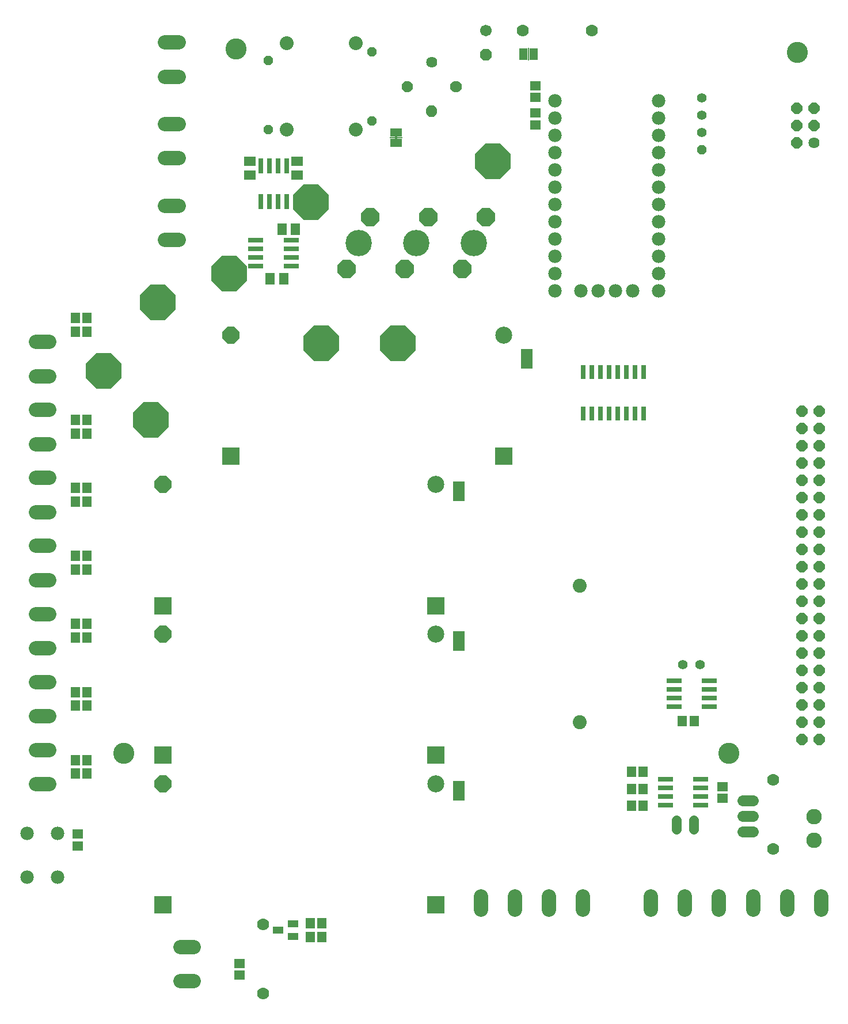
<source format=gts>
G75*
G70*
%OFA0B0*%
%FSLAX24Y24*%
%IPPOS*%
%LPD*%
%AMOC8*
5,1,8,0,0,1.08239X$1,22.5*
%
%ADD10C,0.1221*%
%ADD11R,0.0906X0.0276*%
%ADD12R,0.0552X0.0631*%
%ADD13C,0.0560*%
%ADD14C,0.0808*%
%ADD15C,0.0780*%
%ADD16OC8,0.0555*%
%ADD17C,0.0555*%
%ADD18C,0.0820*%
%ADD19R,0.0280X0.0910*%
%ADD20R,0.0670X0.0552*%
%ADD21R,0.0910X0.0280*%
%ADD22R,0.0552X0.0670*%
%ADD23R,0.0300X0.0840*%
%ADD24R,0.0631X0.0552*%
%ADD25C,0.0800*%
%ADD26OC8,0.0560*%
%ADD27OC8,0.0640*%
%ADD28R,0.0650X0.1150*%
%ADD29R,0.0670X0.0500*%
%ADD30R,0.0120X0.0290*%
%ADD31R,0.0720X0.0060*%
%ADD32C,0.0900*%
%ADD33R,0.0985X0.0985*%
%ADD34OC8,0.0985*%
%ADD35C,0.0985*%
%ADD36OC8,0.2040*%
%ADD37C,0.0640*%
%ADD38C,0.0560*%
%ADD39C,0.0700*%
%ADD40R,0.0591X0.0434*%
%ADD41OC8,0.1040*%
%ADD42C,0.1528*%
%ADD43C,0.0640*%
%ADD44OC8,0.0670*%
%ADD45C,0.0670*%
%ADD46C,0.0128*%
%ADD47R,0.0500X0.0670*%
%ADD48R,0.0060X0.0720*%
D10*
X008516Y015898D03*
X043556Y015898D03*
X047493Y056449D03*
X015012Y056646D03*
D11*
X040367Y020093D03*
X040367Y019593D03*
X040367Y019093D03*
X040367Y018593D03*
X042414Y018593D03*
X042414Y019093D03*
X042414Y019593D03*
X042414Y020093D03*
X041922Y014384D03*
X041922Y013884D03*
X041922Y013384D03*
X041922Y012884D03*
X039874Y012884D03*
X039874Y013384D03*
X039874Y013884D03*
X039874Y014384D03*
D12*
X038575Y014815D03*
X038575Y013831D03*
X037906Y013831D03*
X037906Y014815D03*
X037906Y012847D03*
X038575Y012847D03*
X040859Y017768D03*
X041528Y017768D03*
X019973Y006056D03*
X019304Y006056D03*
X019304Y005268D03*
X019973Y005268D03*
X006390Y014717D03*
X005721Y014717D03*
X005721Y015504D03*
X006390Y015504D03*
X006390Y018654D03*
X006390Y019441D03*
X005721Y019441D03*
X005721Y018654D03*
X005721Y022591D03*
X005721Y023378D03*
X006390Y023378D03*
X006390Y022591D03*
X006390Y026528D03*
X005721Y026528D03*
X005721Y027315D03*
X006390Y027315D03*
X006390Y030465D03*
X006390Y031252D03*
X005721Y031252D03*
X005721Y030465D03*
X005721Y034402D03*
X006390Y034402D03*
X006390Y035189D03*
X005721Y035189D03*
X005721Y040307D03*
X006390Y040307D03*
X006390Y041095D03*
X005721Y041095D03*
D13*
X040890Y021016D03*
X041890Y021016D03*
D14*
X034894Y017709D03*
X034894Y025583D03*
D15*
X002902Y008713D03*
X004682Y008713D03*
X004682Y011273D03*
X002902Y011273D03*
X033469Y042674D03*
X033469Y043674D03*
X033469Y044674D03*
X033469Y045674D03*
X033469Y046674D03*
X033469Y047674D03*
X033469Y048674D03*
X033469Y049674D03*
X033469Y050674D03*
X033469Y051674D03*
X033469Y052674D03*
X033469Y053674D03*
X039469Y053674D03*
X039469Y052674D03*
X039469Y051674D03*
X039469Y050674D03*
X039469Y049674D03*
X039469Y048674D03*
X039469Y047674D03*
X039469Y046674D03*
X039469Y045674D03*
X039469Y044674D03*
X039469Y043674D03*
X039469Y042674D03*
X037969Y042674D03*
X036969Y042674D03*
X035969Y042674D03*
X034969Y042674D03*
D16*
X041981Y050815D03*
D17*
X041981Y051815D03*
X041981Y052815D03*
X041981Y053815D03*
D18*
X011662Y055076D02*
X010882Y055076D01*
X010882Y057046D02*
X011662Y057046D01*
X011662Y052321D02*
X010882Y052321D01*
X010882Y050351D02*
X011662Y050351D01*
X011662Y047597D02*
X010882Y047597D01*
X010882Y045627D02*
X011662Y045627D01*
X004182Y039723D02*
X003402Y039723D01*
X003402Y037743D02*
X004182Y037743D01*
X004182Y035786D02*
X003402Y035786D01*
X003402Y033806D02*
X004182Y033806D01*
X004182Y031849D02*
X003402Y031849D01*
X003402Y029869D02*
X004182Y029869D01*
X004182Y027912D02*
X003402Y027912D01*
X003402Y025932D02*
X004182Y025932D01*
X004182Y023975D02*
X003402Y023975D01*
X003402Y021995D02*
X004182Y021995D01*
X004182Y020038D02*
X003402Y020038D01*
X003402Y018058D02*
X004182Y018058D01*
X004182Y016101D02*
X003402Y016101D01*
X003402Y014121D02*
X004182Y014121D01*
X011768Y004683D02*
X012548Y004683D01*
X012548Y002713D02*
X011768Y002713D01*
X029180Y006847D02*
X029180Y007627D01*
X031150Y007627D02*
X031150Y006847D01*
X033117Y006847D02*
X033117Y007627D01*
X035087Y007627D02*
X035087Y006847D01*
X039022Y006847D02*
X039022Y007627D01*
X040992Y007627D02*
X040992Y006847D01*
X042959Y006847D02*
X042959Y007627D01*
X044929Y007627D02*
X044929Y006847D01*
X046896Y006847D02*
X046896Y007627D01*
X048866Y007627D02*
X048866Y006847D01*
D19*
X017928Y047840D03*
X017428Y047840D03*
X016928Y047840D03*
X016428Y047840D03*
X016428Y049900D03*
X016928Y049900D03*
X017428Y049900D03*
X017928Y049900D03*
D20*
X018556Y050150D03*
X018556Y049363D03*
X015800Y049363D03*
X015800Y050150D03*
D21*
X016148Y045585D03*
X016148Y045085D03*
X016148Y044585D03*
X016148Y044085D03*
X018208Y044085D03*
X018208Y044585D03*
X018208Y045085D03*
X018208Y045585D03*
D22*
X018457Y046213D03*
X017670Y046213D03*
X017768Y043359D03*
X016981Y043359D03*
D23*
X035113Y037974D03*
X035613Y037974D03*
X036113Y037974D03*
X036613Y037974D03*
X037113Y037974D03*
X037613Y037974D03*
X038113Y037974D03*
X038613Y037974D03*
X038613Y035554D03*
X038113Y035554D03*
X037613Y035554D03*
X037113Y035554D03*
X036613Y035554D03*
X036113Y035554D03*
X035613Y035554D03*
X035113Y035554D03*
D24*
X032335Y052276D03*
X032335Y052945D03*
X032335Y053851D03*
X032335Y054520D03*
X043162Y013969D03*
X043162Y013300D03*
X015209Y003733D03*
X015209Y003063D03*
X005859Y010544D03*
X005859Y011213D03*
D25*
X017933Y051981D03*
X021933Y051981D03*
X021933Y056981D03*
X017933Y056981D03*
D26*
X016882Y055989D03*
X016882Y051989D03*
X022886Y052481D03*
X022886Y056481D03*
D27*
X047485Y053217D03*
X048485Y053217D03*
X048485Y052217D03*
X047485Y052217D03*
X047485Y051217D03*
X047792Y035693D03*
X047792Y034693D03*
X047792Y033693D03*
X047792Y032693D03*
X047792Y031693D03*
X047792Y030693D03*
X047792Y029693D03*
X047792Y028693D03*
X047792Y027693D03*
X047792Y026693D03*
X047792Y025693D03*
X047792Y024693D03*
X047792Y023693D03*
X047792Y022693D03*
X047792Y021693D03*
X047792Y020693D03*
X047792Y019693D03*
X047792Y018693D03*
X047792Y017693D03*
X047792Y016693D03*
X048792Y016693D03*
X048792Y017693D03*
X048792Y018693D03*
X048792Y019693D03*
X048792Y020693D03*
X048792Y021693D03*
X048792Y022693D03*
X048792Y023693D03*
X048792Y024693D03*
X048792Y025693D03*
X048792Y026693D03*
X048792Y027693D03*
X048792Y028693D03*
X048792Y029693D03*
X048792Y030693D03*
X048792Y031693D03*
X048792Y032693D03*
X048792Y033693D03*
X048792Y034693D03*
X048792Y035693D03*
D28*
X031843Y038733D03*
X027906Y031056D03*
X027906Y022394D03*
X027906Y013733D03*
D29*
X024264Y051228D03*
X024264Y051828D03*
D30*
X024264Y051528D03*
D31*
X024264Y051528D03*
D32*
X048477Y012237D03*
X048477Y010859D03*
D33*
X030524Y033103D03*
X026587Y024441D03*
X026587Y015780D03*
X026587Y007119D03*
X010760Y007119D03*
X010760Y015780D03*
X010760Y024441D03*
X014697Y033103D03*
D34*
X010760Y031449D03*
X010760Y022788D03*
X010760Y014126D03*
X014697Y040111D03*
D35*
X026587Y031449D03*
X026587Y022788D03*
X026587Y014126D03*
X030524Y040111D03*
D36*
X024363Y039619D03*
X019933Y039619D03*
X014619Y043654D03*
X010485Y041981D03*
X007335Y038044D03*
X010091Y035189D03*
X019343Y047788D03*
X029874Y050150D03*
D37*
X044330Y013156D02*
X044930Y013156D01*
X044930Y012256D02*
X044330Y012256D01*
X044330Y011356D02*
X044930Y011356D01*
D38*
X041496Y011504D02*
X041496Y012024D01*
X040496Y012024D02*
X040496Y011504D01*
D39*
X046115Y010355D03*
X046115Y014355D03*
X016587Y005989D03*
X016587Y001989D03*
X031615Y057729D03*
X035615Y057729D03*
D40*
X018300Y006036D03*
X017433Y005662D03*
X018300Y005288D03*
D41*
X021418Y043926D03*
X022780Y046926D03*
X024764Y043926D03*
X026126Y046926D03*
X028111Y043926D03*
X029473Y046926D03*
D42*
X028792Y045426D03*
X025445Y045426D03*
X022099Y045426D03*
D43*
X026331Y055895D03*
X048485Y051217D03*
D44*
X029481Y056340D03*
D45*
X029481Y057740D03*
D46*
X027787Y054290D02*
X027851Y054226D01*
X027639Y054226D01*
X027490Y054375D01*
X027490Y054587D01*
X027639Y054736D01*
X027851Y054736D01*
X028000Y054587D01*
X028000Y054375D01*
X027851Y054226D01*
X027811Y054322D01*
X027679Y054322D01*
X027586Y054415D01*
X027586Y054547D01*
X027679Y054640D01*
X027811Y054640D01*
X027904Y054547D01*
X027904Y054415D01*
X027811Y054322D01*
X027771Y054418D01*
X027719Y054418D01*
X027682Y054455D01*
X027682Y054507D01*
X027719Y054544D01*
X027771Y054544D01*
X027808Y054507D01*
X027808Y054455D01*
X027771Y054418D01*
X026373Y052875D02*
X026437Y052811D01*
X026225Y052811D01*
X026076Y052960D01*
X026076Y053172D01*
X026225Y053321D01*
X026437Y053321D01*
X026586Y053172D01*
X026586Y052960D01*
X026437Y052811D01*
X026397Y052907D01*
X026265Y052907D01*
X026172Y053000D01*
X026172Y053132D01*
X026265Y053225D01*
X026397Y053225D01*
X026490Y053132D01*
X026490Y053000D01*
X026397Y052907D01*
X026357Y053003D01*
X026305Y053003D01*
X026268Y053040D01*
X026268Y053092D01*
X026305Y053129D01*
X026357Y053129D01*
X026394Y053092D01*
X026394Y053040D01*
X026357Y053003D01*
X024959Y054290D02*
X025023Y054226D01*
X024811Y054226D01*
X024662Y054375D01*
X024662Y054587D01*
X024811Y054736D01*
X025023Y054736D01*
X025172Y054587D01*
X025172Y054375D01*
X025023Y054226D01*
X024983Y054322D01*
X024851Y054322D01*
X024758Y054415D01*
X024758Y054547D01*
X024851Y054640D01*
X024983Y054640D01*
X025076Y054547D01*
X025076Y054415D01*
X024983Y054322D01*
X024943Y054418D01*
X024891Y054418D01*
X024854Y054455D01*
X024854Y054507D01*
X024891Y054544D01*
X024943Y054544D01*
X024980Y054507D01*
X024980Y054455D01*
X024943Y054418D01*
D47*
X031641Y056351D03*
X032241Y056351D03*
D48*
X031941Y056351D03*
M02*

</source>
